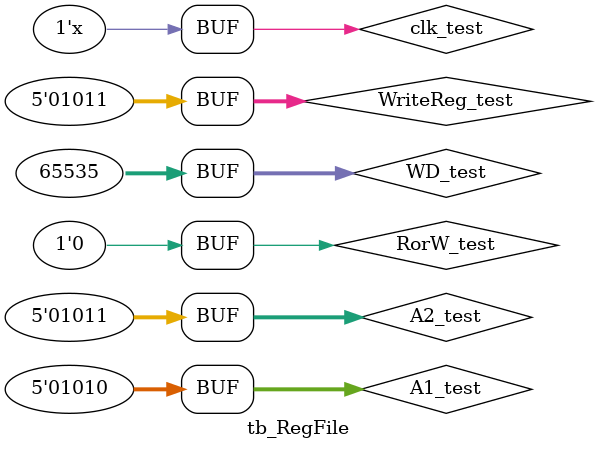
<source format=v>
`timescale 1ns/1ps 
module tb_RegFile ;
reg [4:0] A1_test,A2_test,WriteReg_test;
reg [31:0] WD_test;
reg RorW_test,clk_test;
wire [31:0]RD1_test,RD2_test;

initial
begin
A1_test = 0;
A2_test = 0;
WriteReg_test = 0;
WD_test = 0;
RorW_test = 0;
clk_test = 0;
end

always #30 clk_test=~clk_test;

initial
begin
#30
WD_test = 256;
WriteReg_test = 10;
RorW_test = 1;
#30
WD_test = 65535;
WriteReg_test = 11;
RorW_test = 1;
#30
A1_test = 10;
A2_test = 11;
#30
RorW_test = 0;
end


RegFile UUT_D_RegFile(.A1(A1_test),.A2(A2_test),.WriteReg(WriteReg_test),.WD(WD_test),.RorW(RorW_test),.clk(clk_test),.RD1(RD1_test),.RD2(RD2_test));

endmodule




</source>
